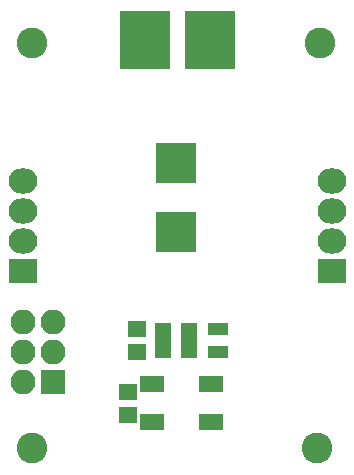
<source format=gts>
G04 #@! TF.GenerationSoftware,KiCad,Pcbnew,(5.0.0-rc2-dev-603-g5a05135)*
G04 #@! TF.CreationDate,2018-05-01T11:36:08+02:00*
G04 #@! TF.ProjectId,chain-item,636861696E2D6974656D2E6B69636164,rev?*
G04 #@! TF.SameCoordinates,Original*
G04 #@! TF.FileFunction,Soldermask,Top*
G04 #@! TF.FilePolarity,Negative*
%FSLAX46Y46*%
G04 Gerber Fmt 4.6, Leading zero omitted, Abs format (unit mm)*
G04 Created by KiCad (PCBNEW (5.0.0-rc2-dev-603-g5a05135)) date Tuesday 01 May 2018 à 11:36:08*
%MOMM*%
%LPD*%
G01*
G04 APERTURE LIST*
%ADD10R,4.200000X4.900000*%
%ADD11R,2.100000X2.100000*%
%ADD12O,2.100000X2.100000*%
%ADD13R,3.400000X3.400000*%
%ADD14C,2.600000*%
%ADD15O,2.432000X2.127200*%
%ADD16R,2.432000X2.127200*%
%ADD17R,1.650000X1.400000*%
%ADD18R,2.000000X1.400000*%
%ADD19R,1.700000X1.100000*%
%ADD20R,1.460000X1.050000*%
G04 APERTURE END LIST*
D10*
X76301600Y-106680000D03*
X70764400Y-106680000D03*
D11*
X62992000Y-135636000D03*
D12*
X60452000Y-135636000D03*
X62992000Y-133096000D03*
X60452000Y-133096000D03*
X62992000Y-130556000D03*
X60452000Y-130556000D03*
D13*
X73406000Y-122936000D03*
X73406000Y-117094000D03*
D14*
X61214000Y-141224000D03*
X61214000Y-106934000D03*
X85344000Y-141224000D03*
X85598000Y-106934000D03*
D15*
X86614000Y-118618000D03*
X86614000Y-121158000D03*
X86614000Y-123698000D03*
D16*
X86614000Y-126238000D03*
X60452000Y-126238000D03*
D15*
X60452000Y-123698000D03*
X60452000Y-121158000D03*
X60452000Y-118618000D03*
D17*
X70104000Y-133080000D03*
X70104000Y-131080000D03*
X69342000Y-136414000D03*
X69342000Y-138414000D03*
D18*
X76414000Y-139014000D03*
X76414000Y-135814000D03*
X71414000Y-139014000D03*
X71414000Y-135814000D03*
D19*
X76962000Y-133030000D03*
X76962000Y-131130000D03*
D20*
X72306000Y-132080000D03*
X72306000Y-133030000D03*
X72306000Y-131130000D03*
X74506000Y-131130000D03*
X74506000Y-132080000D03*
X74506000Y-133030000D03*
M02*

</source>
